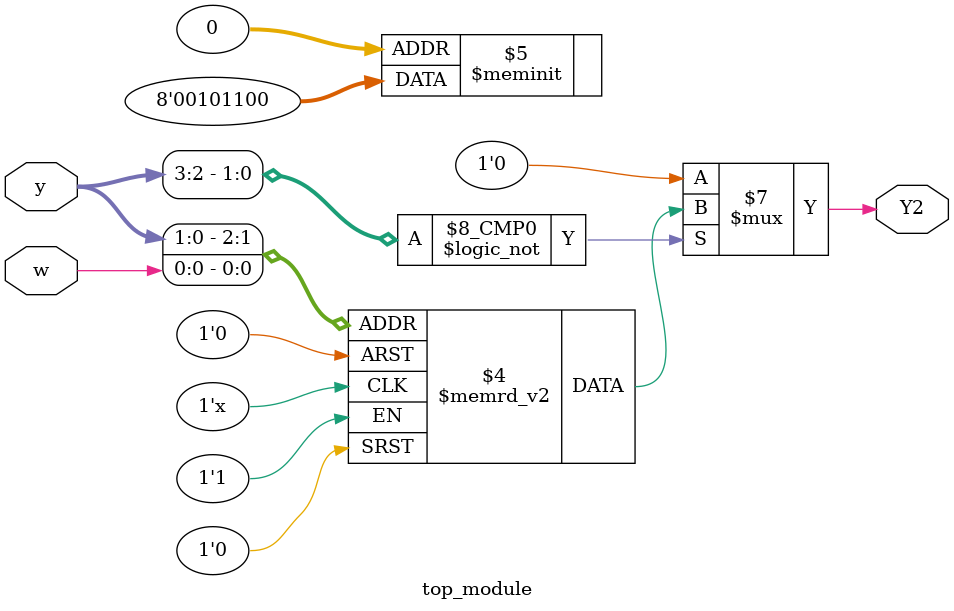
<source format=sv>
module top_module(
	input [3:0] y,
	input w,
	output reg Y2
);

	always_comb begin
		case({y, w})
			4'b0000: Y2 = 1'b0;
			4'b0001: Y2 = 1'b0;
			4'b0010: Y2 = 1'b1;
			4'b0011: Y2 = 1'b1;
			4'b0100: Y2 = 1'b0;
			4'b0101: Y2 = 1'b1;
			4'b0110: Y2 = 1'b0;
			4'b0111: Y2 = 1'b0;
			default: Y2 = 1'b0;
		endcase
	end

endmodule

</source>
